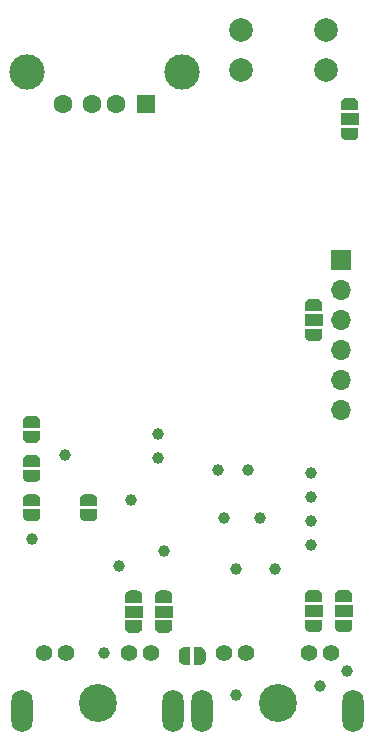
<source format=gbr>
%TF.GenerationSoftware,KiCad,Pcbnew,(5.1.9-16-g1737927814)-1*%
%TF.CreationDate,2021-07-07T14:31:43-05:00*%
%TF.ProjectId,adbuino,61646275-696e-46f2-9e6b-696361645f70,rev?*%
%TF.SameCoordinates,Original*%
%TF.FileFunction,Soldermask,Bot*%
%TF.FilePolarity,Negative*%
%FSLAX46Y46*%
G04 Gerber Fmt 4.6, Leading zero omitted, Abs format (unit mm)*
G04 Created by KiCad (PCBNEW (5.1.9-16-g1737927814)-1) date 2021-07-07 14:31:43*
%MOMM*%
%LPD*%
G01*
G04 APERTURE LIST*
%ADD10C,2.000000*%
%ADD11C,0.100000*%
%ADD12R,1.500000X1.000000*%
%ADD13O,1.700000X1.700000*%
%ADD14R,1.700000X1.700000*%
%ADD15C,1.000000*%
%ADD16O,1.800000X3.600000*%
%ADD17C,1.408000*%
%ADD18C,3.216000*%
%ADD19C,1.600000*%
%ADD20R,1.600000X1.500000*%
%ADD21C,3.000000*%
G04 APERTURE END LIST*
D10*
%TO.C,J2*%
X180867000Y-42871000D03*
X173717000Y-42871000D03*
X173717000Y-39421000D03*
X180867000Y-39421000D03*
%TD*%
D11*
%TO.C,JP11*%
G36*
X179082000Y-87896000D02*
G01*
X179082000Y-87346000D01*
X179082602Y-87346000D01*
X179082602Y-87321466D01*
X179087412Y-87272635D01*
X179096984Y-87224510D01*
X179111228Y-87177555D01*
X179130005Y-87132222D01*
X179153136Y-87088949D01*
X179180396Y-87048150D01*
X179211524Y-87010221D01*
X179246221Y-86975524D01*
X179284150Y-86944396D01*
X179324949Y-86917136D01*
X179368222Y-86894005D01*
X179413555Y-86875228D01*
X179460510Y-86860984D01*
X179508635Y-86851412D01*
X179557466Y-86846602D01*
X179582000Y-86846602D01*
X179582000Y-86846000D01*
X180082000Y-86846000D01*
X180082000Y-86846602D01*
X180106534Y-86846602D01*
X180155365Y-86851412D01*
X180203490Y-86860984D01*
X180250445Y-86875228D01*
X180295778Y-86894005D01*
X180339051Y-86917136D01*
X180379850Y-86944396D01*
X180417779Y-86975524D01*
X180452476Y-87010221D01*
X180483604Y-87048150D01*
X180510864Y-87088949D01*
X180533995Y-87132222D01*
X180552772Y-87177555D01*
X180567016Y-87224510D01*
X180576588Y-87272635D01*
X180581398Y-87321466D01*
X180581398Y-87346000D01*
X180582000Y-87346000D01*
X180582000Y-87896000D01*
X179082000Y-87896000D01*
G37*
D12*
X179832000Y-88646000D03*
D11*
G36*
X180581398Y-89946000D02*
G01*
X180581398Y-89970534D01*
X180576588Y-90019365D01*
X180567016Y-90067490D01*
X180552772Y-90114445D01*
X180533995Y-90159778D01*
X180510864Y-90203051D01*
X180483604Y-90243850D01*
X180452476Y-90281779D01*
X180417779Y-90316476D01*
X180379850Y-90347604D01*
X180339051Y-90374864D01*
X180295778Y-90397995D01*
X180250445Y-90416772D01*
X180203490Y-90431016D01*
X180155365Y-90440588D01*
X180106534Y-90445398D01*
X180082000Y-90445398D01*
X180082000Y-90446000D01*
X179582000Y-90446000D01*
X179582000Y-90445398D01*
X179557466Y-90445398D01*
X179508635Y-90440588D01*
X179460510Y-90431016D01*
X179413555Y-90416772D01*
X179368222Y-90397995D01*
X179324949Y-90374864D01*
X179284150Y-90347604D01*
X179246221Y-90316476D01*
X179211524Y-90281779D01*
X179180396Y-90243850D01*
X179153136Y-90203051D01*
X179130005Y-90159778D01*
X179111228Y-90114445D01*
X179096984Y-90067490D01*
X179087412Y-90019365D01*
X179082602Y-89970534D01*
X179082602Y-89946000D01*
X179082000Y-89946000D01*
X179082000Y-89396000D01*
X180582000Y-89396000D01*
X180582000Y-89946000D01*
X180581398Y-89946000D01*
G37*
%TD*%
%TO.C,JP10*%
G36*
X181622000Y-87896000D02*
G01*
X181622000Y-87346000D01*
X181622602Y-87346000D01*
X181622602Y-87321466D01*
X181627412Y-87272635D01*
X181636984Y-87224510D01*
X181651228Y-87177555D01*
X181670005Y-87132222D01*
X181693136Y-87088949D01*
X181720396Y-87048150D01*
X181751524Y-87010221D01*
X181786221Y-86975524D01*
X181824150Y-86944396D01*
X181864949Y-86917136D01*
X181908222Y-86894005D01*
X181953555Y-86875228D01*
X182000510Y-86860984D01*
X182048635Y-86851412D01*
X182097466Y-86846602D01*
X182122000Y-86846602D01*
X182122000Y-86846000D01*
X182622000Y-86846000D01*
X182622000Y-86846602D01*
X182646534Y-86846602D01*
X182695365Y-86851412D01*
X182743490Y-86860984D01*
X182790445Y-86875228D01*
X182835778Y-86894005D01*
X182879051Y-86917136D01*
X182919850Y-86944396D01*
X182957779Y-86975524D01*
X182992476Y-87010221D01*
X183023604Y-87048150D01*
X183050864Y-87088949D01*
X183073995Y-87132222D01*
X183092772Y-87177555D01*
X183107016Y-87224510D01*
X183116588Y-87272635D01*
X183121398Y-87321466D01*
X183121398Y-87346000D01*
X183122000Y-87346000D01*
X183122000Y-87896000D01*
X181622000Y-87896000D01*
G37*
D12*
X182372000Y-88646000D03*
D11*
G36*
X183121398Y-89946000D02*
G01*
X183121398Y-89970534D01*
X183116588Y-90019365D01*
X183107016Y-90067490D01*
X183092772Y-90114445D01*
X183073995Y-90159778D01*
X183050864Y-90203051D01*
X183023604Y-90243850D01*
X182992476Y-90281779D01*
X182957779Y-90316476D01*
X182919850Y-90347604D01*
X182879051Y-90374864D01*
X182835778Y-90397995D01*
X182790445Y-90416772D01*
X182743490Y-90431016D01*
X182695365Y-90440588D01*
X182646534Y-90445398D01*
X182622000Y-90445398D01*
X182622000Y-90446000D01*
X182122000Y-90446000D01*
X182122000Y-90445398D01*
X182097466Y-90445398D01*
X182048635Y-90440588D01*
X182000510Y-90431016D01*
X181953555Y-90416772D01*
X181908222Y-90397995D01*
X181864949Y-90374864D01*
X181824150Y-90347604D01*
X181786221Y-90316476D01*
X181751524Y-90281779D01*
X181720396Y-90243850D01*
X181693136Y-90203051D01*
X181670005Y-90159778D01*
X181651228Y-90114445D01*
X181636984Y-90067490D01*
X181627412Y-90019365D01*
X181622602Y-89970534D01*
X181622602Y-89946000D01*
X181622000Y-89946000D01*
X181622000Y-89396000D01*
X183122000Y-89396000D01*
X183122000Y-89946000D01*
X183121398Y-89946000D01*
G37*
%TD*%
%TO.C,JP6*%
G36*
X155206000Y-79748000D02*
G01*
X155206000Y-79248000D01*
X155206602Y-79248000D01*
X155206602Y-79223466D01*
X155211412Y-79174635D01*
X155220984Y-79126510D01*
X155235228Y-79079555D01*
X155254005Y-79034222D01*
X155277136Y-78990949D01*
X155304396Y-78950150D01*
X155335524Y-78912221D01*
X155370221Y-78877524D01*
X155408150Y-78846396D01*
X155448949Y-78819136D01*
X155492222Y-78796005D01*
X155537555Y-78777228D01*
X155584510Y-78762984D01*
X155632635Y-78753412D01*
X155681466Y-78748602D01*
X155706000Y-78748602D01*
X155706000Y-78748000D01*
X156206000Y-78748000D01*
X156206000Y-78748602D01*
X156230534Y-78748602D01*
X156279365Y-78753412D01*
X156327490Y-78762984D01*
X156374445Y-78777228D01*
X156419778Y-78796005D01*
X156463051Y-78819136D01*
X156503850Y-78846396D01*
X156541779Y-78877524D01*
X156576476Y-78912221D01*
X156607604Y-78950150D01*
X156634864Y-78990949D01*
X156657995Y-79034222D01*
X156676772Y-79079555D01*
X156691016Y-79126510D01*
X156700588Y-79174635D01*
X156705398Y-79223466D01*
X156705398Y-79248000D01*
X156706000Y-79248000D01*
X156706000Y-79748000D01*
X155206000Y-79748000D01*
G37*
G36*
X156705398Y-80548000D02*
G01*
X156705398Y-80572534D01*
X156700588Y-80621365D01*
X156691016Y-80669490D01*
X156676772Y-80716445D01*
X156657995Y-80761778D01*
X156634864Y-80805051D01*
X156607604Y-80845850D01*
X156576476Y-80883779D01*
X156541779Y-80918476D01*
X156503850Y-80949604D01*
X156463051Y-80976864D01*
X156419778Y-80999995D01*
X156374445Y-81018772D01*
X156327490Y-81033016D01*
X156279365Y-81042588D01*
X156230534Y-81047398D01*
X156206000Y-81047398D01*
X156206000Y-81048000D01*
X155706000Y-81048000D01*
X155706000Y-81047398D01*
X155681466Y-81047398D01*
X155632635Y-81042588D01*
X155584510Y-81033016D01*
X155537555Y-81018772D01*
X155492222Y-80999995D01*
X155448949Y-80976864D01*
X155408150Y-80949604D01*
X155370221Y-80918476D01*
X155335524Y-80883779D01*
X155304396Y-80845850D01*
X155277136Y-80805051D01*
X155254005Y-80761778D01*
X155235228Y-80716445D01*
X155220984Y-80669490D01*
X155211412Y-80621365D01*
X155206602Y-80572534D01*
X155206602Y-80548000D01*
X155206000Y-80548000D01*
X155206000Y-80048000D01*
X156706000Y-80048000D01*
X156706000Y-80548000D01*
X156705398Y-80548000D01*
G37*
%TD*%
%TO.C,JP5*%
G36*
X155206000Y-76431000D02*
G01*
X155206000Y-75931000D01*
X155206602Y-75931000D01*
X155206602Y-75906466D01*
X155211412Y-75857635D01*
X155220984Y-75809510D01*
X155235228Y-75762555D01*
X155254005Y-75717222D01*
X155277136Y-75673949D01*
X155304396Y-75633150D01*
X155335524Y-75595221D01*
X155370221Y-75560524D01*
X155408150Y-75529396D01*
X155448949Y-75502136D01*
X155492222Y-75479005D01*
X155537555Y-75460228D01*
X155584510Y-75445984D01*
X155632635Y-75436412D01*
X155681466Y-75431602D01*
X155706000Y-75431602D01*
X155706000Y-75431000D01*
X156206000Y-75431000D01*
X156206000Y-75431602D01*
X156230534Y-75431602D01*
X156279365Y-75436412D01*
X156327490Y-75445984D01*
X156374445Y-75460228D01*
X156419778Y-75479005D01*
X156463051Y-75502136D01*
X156503850Y-75529396D01*
X156541779Y-75560524D01*
X156576476Y-75595221D01*
X156607604Y-75633150D01*
X156634864Y-75673949D01*
X156657995Y-75717222D01*
X156676772Y-75762555D01*
X156691016Y-75809510D01*
X156700588Y-75857635D01*
X156705398Y-75906466D01*
X156705398Y-75931000D01*
X156706000Y-75931000D01*
X156706000Y-76431000D01*
X155206000Y-76431000D01*
G37*
G36*
X156705398Y-77231000D02*
G01*
X156705398Y-77255534D01*
X156700588Y-77304365D01*
X156691016Y-77352490D01*
X156676772Y-77399445D01*
X156657995Y-77444778D01*
X156634864Y-77488051D01*
X156607604Y-77528850D01*
X156576476Y-77566779D01*
X156541779Y-77601476D01*
X156503850Y-77632604D01*
X156463051Y-77659864D01*
X156419778Y-77682995D01*
X156374445Y-77701772D01*
X156327490Y-77716016D01*
X156279365Y-77725588D01*
X156230534Y-77730398D01*
X156206000Y-77730398D01*
X156206000Y-77731000D01*
X155706000Y-77731000D01*
X155706000Y-77730398D01*
X155681466Y-77730398D01*
X155632635Y-77725588D01*
X155584510Y-77716016D01*
X155537555Y-77701772D01*
X155492222Y-77682995D01*
X155448949Y-77659864D01*
X155408150Y-77632604D01*
X155370221Y-77601476D01*
X155335524Y-77566779D01*
X155304396Y-77528850D01*
X155277136Y-77488051D01*
X155254005Y-77444778D01*
X155235228Y-77399445D01*
X155220984Y-77352490D01*
X155211412Y-77304365D01*
X155206602Y-77255534D01*
X155206602Y-77231000D01*
X155206000Y-77231000D01*
X155206000Y-76731000D01*
X156706000Y-76731000D01*
X156706000Y-77231000D01*
X156705398Y-77231000D01*
G37*
%TD*%
%TO.C,JP4*%
G36*
X155206000Y-73114000D02*
G01*
X155206000Y-72614000D01*
X155206602Y-72614000D01*
X155206602Y-72589466D01*
X155211412Y-72540635D01*
X155220984Y-72492510D01*
X155235228Y-72445555D01*
X155254005Y-72400222D01*
X155277136Y-72356949D01*
X155304396Y-72316150D01*
X155335524Y-72278221D01*
X155370221Y-72243524D01*
X155408150Y-72212396D01*
X155448949Y-72185136D01*
X155492222Y-72162005D01*
X155537555Y-72143228D01*
X155584510Y-72128984D01*
X155632635Y-72119412D01*
X155681466Y-72114602D01*
X155706000Y-72114602D01*
X155706000Y-72114000D01*
X156206000Y-72114000D01*
X156206000Y-72114602D01*
X156230534Y-72114602D01*
X156279365Y-72119412D01*
X156327490Y-72128984D01*
X156374445Y-72143228D01*
X156419778Y-72162005D01*
X156463051Y-72185136D01*
X156503850Y-72212396D01*
X156541779Y-72243524D01*
X156576476Y-72278221D01*
X156607604Y-72316150D01*
X156634864Y-72356949D01*
X156657995Y-72400222D01*
X156676772Y-72445555D01*
X156691016Y-72492510D01*
X156700588Y-72540635D01*
X156705398Y-72589466D01*
X156705398Y-72614000D01*
X156706000Y-72614000D01*
X156706000Y-73114000D01*
X155206000Y-73114000D01*
G37*
G36*
X156705398Y-73914000D02*
G01*
X156705398Y-73938534D01*
X156700588Y-73987365D01*
X156691016Y-74035490D01*
X156676772Y-74082445D01*
X156657995Y-74127778D01*
X156634864Y-74171051D01*
X156607604Y-74211850D01*
X156576476Y-74249779D01*
X156541779Y-74284476D01*
X156503850Y-74315604D01*
X156463051Y-74342864D01*
X156419778Y-74365995D01*
X156374445Y-74384772D01*
X156327490Y-74399016D01*
X156279365Y-74408588D01*
X156230534Y-74413398D01*
X156206000Y-74413398D01*
X156206000Y-74414000D01*
X155706000Y-74414000D01*
X155706000Y-74413398D01*
X155681466Y-74413398D01*
X155632635Y-74408588D01*
X155584510Y-74399016D01*
X155537555Y-74384772D01*
X155492222Y-74365995D01*
X155448949Y-74342864D01*
X155408150Y-74315604D01*
X155370221Y-74284476D01*
X155335524Y-74249779D01*
X155304396Y-74211850D01*
X155277136Y-74171051D01*
X155254005Y-74127778D01*
X155235228Y-74082445D01*
X155220984Y-74035490D01*
X155211412Y-73987365D01*
X155206602Y-73938534D01*
X155206602Y-73914000D01*
X155206000Y-73914000D01*
X155206000Y-73414000D01*
X156706000Y-73414000D01*
X156706000Y-73914000D01*
X156705398Y-73914000D01*
G37*
%TD*%
%TO.C,JP3*%
G36*
X160032000Y-79748000D02*
G01*
X160032000Y-79248000D01*
X160032602Y-79248000D01*
X160032602Y-79223466D01*
X160037412Y-79174635D01*
X160046984Y-79126510D01*
X160061228Y-79079555D01*
X160080005Y-79034222D01*
X160103136Y-78990949D01*
X160130396Y-78950150D01*
X160161524Y-78912221D01*
X160196221Y-78877524D01*
X160234150Y-78846396D01*
X160274949Y-78819136D01*
X160318222Y-78796005D01*
X160363555Y-78777228D01*
X160410510Y-78762984D01*
X160458635Y-78753412D01*
X160507466Y-78748602D01*
X160532000Y-78748602D01*
X160532000Y-78748000D01*
X161032000Y-78748000D01*
X161032000Y-78748602D01*
X161056534Y-78748602D01*
X161105365Y-78753412D01*
X161153490Y-78762984D01*
X161200445Y-78777228D01*
X161245778Y-78796005D01*
X161289051Y-78819136D01*
X161329850Y-78846396D01*
X161367779Y-78877524D01*
X161402476Y-78912221D01*
X161433604Y-78950150D01*
X161460864Y-78990949D01*
X161483995Y-79034222D01*
X161502772Y-79079555D01*
X161517016Y-79126510D01*
X161526588Y-79174635D01*
X161531398Y-79223466D01*
X161531398Y-79248000D01*
X161532000Y-79248000D01*
X161532000Y-79748000D01*
X160032000Y-79748000D01*
G37*
G36*
X161531398Y-80548000D02*
G01*
X161531398Y-80572534D01*
X161526588Y-80621365D01*
X161517016Y-80669490D01*
X161502772Y-80716445D01*
X161483995Y-80761778D01*
X161460864Y-80805051D01*
X161433604Y-80845850D01*
X161402476Y-80883779D01*
X161367779Y-80918476D01*
X161329850Y-80949604D01*
X161289051Y-80976864D01*
X161245778Y-80999995D01*
X161200445Y-81018772D01*
X161153490Y-81033016D01*
X161105365Y-81042588D01*
X161056534Y-81047398D01*
X161032000Y-81047398D01*
X161032000Y-81048000D01*
X160532000Y-81048000D01*
X160532000Y-81047398D01*
X160507466Y-81047398D01*
X160458635Y-81042588D01*
X160410510Y-81033016D01*
X160363555Y-81018772D01*
X160318222Y-80999995D01*
X160274949Y-80976864D01*
X160234150Y-80949604D01*
X160196221Y-80918476D01*
X160161524Y-80883779D01*
X160130396Y-80845850D01*
X160103136Y-80805051D01*
X160080005Y-80761778D01*
X160061228Y-80716445D01*
X160046984Y-80669490D01*
X160037412Y-80621365D01*
X160032602Y-80572534D01*
X160032602Y-80548000D01*
X160032000Y-80548000D01*
X160032000Y-80048000D01*
X161532000Y-80048000D01*
X161532000Y-80548000D01*
X161531398Y-80548000D01*
G37*
%TD*%
D13*
%TO.C,J1*%
X182118000Y-71628000D03*
X182118000Y-69088000D03*
X182118000Y-66548000D03*
X182118000Y-64008000D03*
X182118000Y-61468000D03*
D14*
X182118000Y-58928000D03*
%TD*%
D15*
%TO.C,TP17*%
X171704000Y-76708000D03*
%TD*%
%TO.C,TP16*%
X166624000Y-73660000D03*
%TD*%
%TO.C,TP15*%
X174244000Y-76708000D03*
%TD*%
%TO.C,TP14*%
X179578000Y-76962000D03*
%TD*%
%TO.C,TP13*%
X179578000Y-78994000D03*
%TD*%
%TO.C,TP12*%
X179578000Y-81026000D03*
%TD*%
%TO.C,TP11*%
X179578000Y-83058000D03*
%TD*%
%TO.C,TP10*%
X176530000Y-85090000D03*
%TD*%
%TO.C,TP9*%
X175260000Y-80772000D03*
%TD*%
%TO.C,TP8*%
X163322000Y-84836000D03*
%TD*%
%TO.C,TP7*%
X167132000Y-83566000D03*
%TD*%
%TO.C,TP6*%
X155956000Y-82550000D03*
%TD*%
%TO.C,TP5*%
X158750000Y-75438000D03*
%TD*%
%TO.C,TP4*%
X164338000Y-79248000D03*
%TD*%
%TO.C,TP3*%
X166624000Y-75692000D03*
%TD*%
%TO.C,TP2*%
X173228000Y-85090000D03*
%TD*%
%TO.C,TP1*%
X172212000Y-80772000D03*
%TD*%
D11*
%TO.C,JP9*%
G36*
X166382000Y-87952000D02*
G01*
X166382000Y-87402000D01*
X166382602Y-87402000D01*
X166382602Y-87377466D01*
X166387412Y-87328635D01*
X166396984Y-87280510D01*
X166411228Y-87233555D01*
X166430005Y-87188222D01*
X166453136Y-87144949D01*
X166480396Y-87104150D01*
X166511524Y-87066221D01*
X166546221Y-87031524D01*
X166584150Y-87000396D01*
X166624949Y-86973136D01*
X166668222Y-86950005D01*
X166713555Y-86931228D01*
X166760510Y-86916984D01*
X166808635Y-86907412D01*
X166857466Y-86902602D01*
X166882000Y-86902602D01*
X166882000Y-86902000D01*
X167382000Y-86902000D01*
X167382000Y-86902602D01*
X167406534Y-86902602D01*
X167455365Y-86907412D01*
X167503490Y-86916984D01*
X167550445Y-86931228D01*
X167595778Y-86950005D01*
X167639051Y-86973136D01*
X167679850Y-87000396D01*
X167717779Y-87031524D01*
X167752476Y-87066221D01*
X167783604Y-87104150D01*
X167810864Y-87144949D01*
X167833995Y-87188222D01*
X167852772Y-87233555D01*
X167867016Y-87280510D01*
X167876588Y-87328635D01*
X167881398Y-87377466D01*
X167881398Y-87402000D01*
X167882000Y-87402000D01*
X167882000Y-87952000D01*
X166382000Y-87952000D01*
G37*
D12*
X167132000Y-88702000D03*
D11*
G36*
X167881398Y-90002000D02*
G01*
X167881398Y-90026534D01*
X167876588Y-90075365D01*
X167867016Y-90123490D01*
X167852772Y-90170445D01*
X167833995Y-90215778D01*
X167810864Y-90259051D01*
X167783604Y-90299850D01*
X167752476Y-90337779D01*
X167717779Y-90372476D01*
X167679850Y-90403604D01*
X167639051Y-90430864D01*
X167595778Y-90453995D01*
X167550445Y-90472772D01*
X167503490Y-90487016D01*
X167455365Y-90496588D01*
X167406534Y-90501398D01*
X167382000Y-90501398D01*
X167382000Y-90502000D01*
X166882000Y-90502000D01*
X166882000Y-90501398D01*
X166857466Y-90501398D01*
X166808635Y-90496588D01*
X166760510Y-90487016D01*
X166713555Y-90472772D01*
X166668222Y-90453995D01*
X166624949Y-90430864D01*
X166584150Y-90403604D01*
X166546221Y-90372476D01*
X166511524Y-90337779D01*
X166480396Y-90299850D01*
X166453136Y-90259051D01*
X166430005Y-90215778D01*
X166411228Y-90170445D01*
X166396984Y-90123490D01*
X166387412Y-90075365D01*
X166382602Y-90026534D01*
X166382602Y-90002000D01*
X166382000Y-90002000D01*
X166382000Y-89452000D01*
X167882000Y-89452000D01*
X167882000Y-90002000D01*
X167881398Y-90002000D01*
G37*
%TD*%
%TO.C,JP8*%
G36*
X163842000Y-87952000D02*
G01*
X163842000Y-87402000D01*
X163842602Y-87402000D01*
X163842602Y-87377466D01*
X163847412Y-87328635D01*
X163856984Y-87280510D01*
X163871228Y-87233555D01*
X163890005Y-87188222D01*
X163913136Y-87144949D01*
X163940396Y-87104150D01*
X163971524Y-87066221D01*
X164006221Y-87031524D01*
X164044150Y-87000396D01*
X164084949Y-86973136D01*
X164128222Y-86950005D01*
X164173555Y-86931228D01*
X164220510Y-86916984D01*
X164268635Y-86907412D01*
X164317466Y-86902602D01*
X164342000Y-86902602D01*
X164342000Y-86902000D01*
X164842000Y-86902000D01*
X164842000Y-86902602D01*
X164866534Y-86902602D01*
X164915365Y-86907412D01*
X164963490Y-86916984D01*
X165010445Y-86931228D01*
X165055778Y-86950005D01*
X165099051Y-86973136D01*
X165139850Y-87000396D01*
X165177779Y-87031524D01*
X165212476Y-87066221D01*
X165243604Y-87104150D01*
X165270864Y-87144949D01*
X165293995Y-87188222D01*
X165312772Y-87233555D01*
X165327016Y-87280510D01*
X165336588Y-87328635D01*
X165341398Y-87377466D01*
X165341398Y-87402000D01*
X165342000Y-87402000D01*
X165342000Y-87952000D01*
X163842000Y-87952000D01*
G37*
D12*
X164592000Y-88702000D03*
D11*
G36*
X165341398Y-90002000D02*
G01*
X165341398Y-90026534D01*
X165336588Y-90075365D01*
X165327016Y-90123490D01*
X165312772Y-90170445D01*
X165293995Y-90215778D01*
X165270864Y-90259051D01*
X165243604Y-90299850D01*
X165212476Y-90337779D01*
X165177779Y-90372476D01*
X165139850Y-90403604D01*
X165099051Y-90430864D01*
X165055778Y-90453995D01*
X165010445Y-90472772D01*
X164963490Y-90487016D01*
X164915365Y-90496588D01*
X164866534Y-90501398D01*
X164842000Y-90501398D01*
X164842000Y-90502000D01*
X164342000Y-90502000D01*
X164342000Y-90501398D01*
X164317466Y-90501398D01*
X164268635Y-90496588D01*
X164220510Y-90487016D01*
X164173555Y-90472772D01*
X164128222Y-90453995D01*
X164084949Y-90430864D01*
X164044150Y-90403604D01*
X164006221Y-90372476D01*
X163971524Y-90337779D01*
X163940396Y-90299850D01*
X163913136Y-90259051D01*
X163890005Y-90215778D01*
X163871228Y-90170445D01*
X163856984Y-90123490D01*
X163847412Y-90075365D01*
X163842602Y-90026534D01*
X163842602Y-90002000D01*
X163842000Y-90002000D01*
X163842000Y-89452000D01*
X165342000Y-89452000D01*
X165342000Y-90002000D01*
X165341398Y-90002000D01*
G37*
%TD*%
%TO.C,JP2*%
G36*
X183630000Y-47740000D02*
G01*
X183630000Y-48290000D01*
X183629398Y-48290000D01*
X183629398Y-48314534D01*
X183624588Y-48363365D01*
X183615016Y-48411490D01*
X183600772Y-48458445D01*
X183581995Y-48503778D01*
X183558864Y-48547051D01*
X183531604Y-48587850D01*
X183500476Y-48625779D01*
X183465779Y-48660476D01*
X183427850Y-48691604D01*
X183387051Y-48718864D01*
X183343778Y-48741995D01*
X183298445Y-48760772D01*
X183251490Y-48775016D01*
X183203365Y-48784588D01*
X183154534Y-48789398D01*
X183130000Y-48789398D01*
X183130000Y-48790000D01*
X182630000Y-48790000D01*
X182630000Y-48789398D01*
X182605466Y-48789398D01*
X182556635Y-48784588D01*
X182508510Y-48775016D01*
X182461555Y-48760772D01*
X182416222Y-48741995D01*
X182372949Y-48718864D01*
X182332150Y-48691604D01*
X182294221Y-48660476D01*
X182259524Y-48625779D01*
X182228396Y-48587850D01*
X182201136Y-48547051D01*
X182178005Y-48503778D01*
X182159228Y-48458445D01*
X182144984Y-48411490D01*
X182135412Y-48363365D01*
X182130602Y-48314534D01*
X182130602Y-48290000D01*
X182130000Y-48290000D01*
X182130000Y-47740000D01*
X183630000Y-47740000D01*
G37*
D12*
X182880000Y-46990000D03*
D11*
G36*
X182130602Y-45690000D02*
G01*
X182130602Y-45665466D01*
X182135412Y-45616635D01*
X182144984Y-45568510D01*
X182159228Y-45521555D01*
X182178005Y-45476222D01*
X182201136Y-45432949D01*
X182228396Y-45392150D01*
X182259524Y-45354221D01*
X182294221Y-45319524D01*
X182332150Y-45288396D01*
X182372949Y-45261136D01*
X182416222Y-45238005D01*
X182461555Y-45219228D01*
X182508510Y-45204984D01*
X182556635Y-45195412D01*
X182605466Y-45190602D01*
X182630000Y-45190602D01*
X182630000Y-45190000D01*
X183130000Y-45190000D01*
X183130000Y-45190602D01*
X183154534Y-45190602D01*
X183203365Y-45195412D01*
X183251490Y-45204984D01*
X183298445Y-45219228D01*
X183343778Y-45238005D01*
X183387051Y-45261136D01*
X183427850Y-45288396D01*
X183465779Y-45319524D01*
X183500476Y-45354221D01*
X183531604Y-45392150D01*
X183558864Y-45432949D01*
X183581995Y-45476222D01*
X183600772Y-45521555D01*
X183615016Y-45568510D01*
X183624588Y-45616635D01*
X183629398Y-45665466D01*
X183629398Y-45690000D01*
X183630000Y-45690000D01*
X183630000Y-46240000D01*
X182130000Y-46240000D01*
X182130000Y-45690000D01*
X182130602Y-45690000D01*
G37*
%TD*%
%TO.C,JP1*%
G36*
X179082000Y-63258000D02*
G01*
X179082000Y-62708000D01*
X179082602Y-62708000D01*
X179082602Y-62683466D01*
X179087412Y-62634635D01*
X179096984Y-62586510D01*
X179111228Y-62539555D01*
X179130005Y-62494222D01*
X179153136Y-62450949D01*
X179180396Y-62410150D01*
X179211524Y-62372221D01*
X179246221Y-62337524D01*
X179284150Y-62306396D01*
X179324949Y-62279136D01*
X179368222Y-62256005D01*
X179413555Y-62237228D01*
X179460510Y-62222984D01*
X179508635Y-62213412D01*
X179557466Y-62208602D01*
X179582000Y-62208602D01*
X179582000Y-62208000D01*
X180082000Y-62208000D01*
X180082000Y-62208602D01*
X180106534Y-62208602D01*
X180155365Y-62213412D01*
X180203490Y-62222984D01*
X180250445Y-62237228D01*
X180295778Y-62256005D01*
X180339051Y-62279136D01*
X180379850Y-62306396D01*
X180417779Y-62337524D01*
X180452476Y-62372221D01*
X180483604Y-62410150D01*
X180510864Y-62450949D01*
X180533995Y-62494222D01*
X180552772Y-62539555D01*
X180567016Y-62586510D01*
X180576588Y-62634635D01*
X180581398Y-62683466D01*
X180581398Y-62708000D01*
X180582000Y-62708000D01*
X180582000Y-63258000D01*
X179082000Y-63258000D01*
G37*
D12*
X179832000Y-64008000D03*
D11*
G36*
X180581398Y-65308000D02*
G01*
X180581398Y-65332534D01*
X180576588Y-65381365D01*
X180567016Y-65429490D01*
X180552772Y-65476445D01*
X180533995Y-65521778D01*
X180510864Y-65565051D01*
X180483604Y-65605850D01*
X180452476Y-65643779D01*
X180417779Y-65678476D01*
X180379850Y-65709604D01*
X180339051Y-65736864D01*
X180295778Y-65759995D01*
X180250445Y-65778772D01*
X180203490Y-65793016D01*
X180155365Y-65802588D01*
X180106534Y-65807398D01*
X180082000Y-65807398D01*
X180082000Y-65808000D01*
X179582000Y-65808000D01*
X179582000Y-65807398D01*
X179557466Y-65807398D01*
X179508635Y-65802588D01*
X179460510Y-65793016D01*
X179413555Y-65778772D01*
X179368222Y-65759995D01*
X179324949Y-65736864D01*
X179284150Y-65709604D01*
X179246221Y-65678476D01*
X179211524Y-65643779D01*
X179180396Y-65605850D01*
X179153136Y-65565051D01*
X179130005Y-65521778D01*
X179111228Y-65476445D01*
X179096984Y-65429490D01*
X179087412Y-65381365D01*
X179082602Y-65332534D01*
X179082602Y-65308000D01*
X179082000Y-65308000D01*
X179082000Y-64758000D01*
X180582000Y-64758000D01*
X180582000Y-65308000D01*
X180581398Y-65308000D01*
G37*
%TD*%
D15*
%TO.C,TP21*%
X173228000Y-95758000D03*
%TD*%
%TO.C,TP20*%
X182626000Y-93726000D03*
%TD*%
%TO.C,TP19*%
X180340000Y-94996000D03*
%TD*%
%TO.C,TP18*%
X162052000Y-92202000D03*
%TD*%
D11*
%TO.C,JP7*%
G36*
X169410000Y-93206000D02*
G01*
X168910000Y-93206000D01*
X168910000Y-93205398D01*
X168885466Y-93205398D01*
X168836635Y-93200588D01*
X168788510Y-93191016D01*
X168741555Y-93176772D01*
X168696222Y-93157995D01*
X168652949Y-93134864D01*
X168612150Y-93107604D01*
X168574221Y-93076476D01*
X168539524Y-93041779D01*
X168508396Y-93003850D01*
X168481136Y-92963051D01*
X168458005Y-92919778D01*
X168439228Y-92874445D01*
X168424984Y-92827490D01*
X168415412Y-92779365D01*
X168410602Y-92730534D01*
X168410602Y-92706000D01*
X168410000Y-92706000D01*
X168410000Y-92206000D01*
X168410602Y-92206000D01*
X168410602Y-92181466D01*
X168415412Y-92132635D01*
X168424984Y-92084510D01*
X168439228Y-92037555D01*
X168458005Y-91992222D01*
X168481136Y-91948949D01*
X168508396Y-91908150D01*
X168539524Y-91870221D01*
X168574221Y-91835524D01*
X168612150Y-91804396D01*
X168652949Y-91777136D01*
X168696222Y-91754005D01*
X168741555Y-91735228D01*
X168788510Y-91720984D01*
X168836635Y-91711412D01*
X168885466Y-91706602D01*
X168910000Y-91706602D01*
X168910000Y-91706000D01*
X169410000Y-91706000D01*
X169410000Y-93206000D01*
G37*
G36*
X170210000Y-91706602D02*
G01*
X170234534Y-91706602D01*
X170283365Y-91711412D01*
X170331490Y-91720984D01*
X170378445Y-91735228D01*
X170423778Y-91754005D01*
X170467051Y-91777136D01*
X170507850Y-91804396D01*
X170545779Y-91835524D01*
X170580476Y-91870221D01*
X170611604Y-91908150D01*
X170638864Y-91948949D01*
X170661995Y-91992222D01*
X170680772Y-92037555D01*
X170695016Y-92084510D01*
X170704588Y-92132635D01*
X170709398Y-92181466D01*
X170709398Y-92206000D01*
X170710000Y-92206000D01*
X170710000Y-92706000D01*
X170709398Y-92706000D01*
X170709398Y-92730534D01*
X170704588Y-92779365D01*
X170695016Y-92827490D01*
X170680772Y-92874445D01*
X170661995Y-92919778D01*
X170638864Y-92963051D01*
X170611604Y-93003850D01*
X170580476Y-93041779D01*
X170545779Y-93076476D01*
X170507850Y-93107604D01*
X170467051Y-93134864D01*
X170423778Y-93157995D01*
X170378445Y-93176772D01*
X170331490Y-93191016D01*
X170283365Y-93200588D01*
X170234534Y-93205398D01*
X170210000Y-93205398D01*
X170210000Y-93206000D01*
X169710000Y-93206000D01*
X169710000Y-91706000D01*
X170210000Y-91706000D01*
X170210000Y-91706602D01*
G37*
%TD*%
D16*
%TO.C,J5*%
X155144000Y-97104000D03*
X167944000Y-97104000D03*
D17*
X166044000Y-92204000D03*
X164244000Y-92204000D03*
X158844000Y-92204000D03*
X157044000Y-92204000D03*
D18*
X161544000Y-96404000D03*
%TD*%
D16*
%TO.C,J4*%
X170384000Y-97104000D03*
X183184000Y-97104000D03*
D17*
X181284000Y-92204000D03*
X179484000Y-92204000D03*
X174084000Y-92204000D03*
X172284000Y-92204000D03*
D18*
X176784000Y-96404000D03*
%TD*%
D19*
%TO.C,J3*%
X158608000Y-45720000D03*
X161108000Y-45720000D03*
X163108000Y-45720000D03*
D20*
X165608000Y-45720000D03*
D21*
X155538000Y-43010000D03*
X168678000Y-43010000D03*
%TD*%
M02*

</source>
